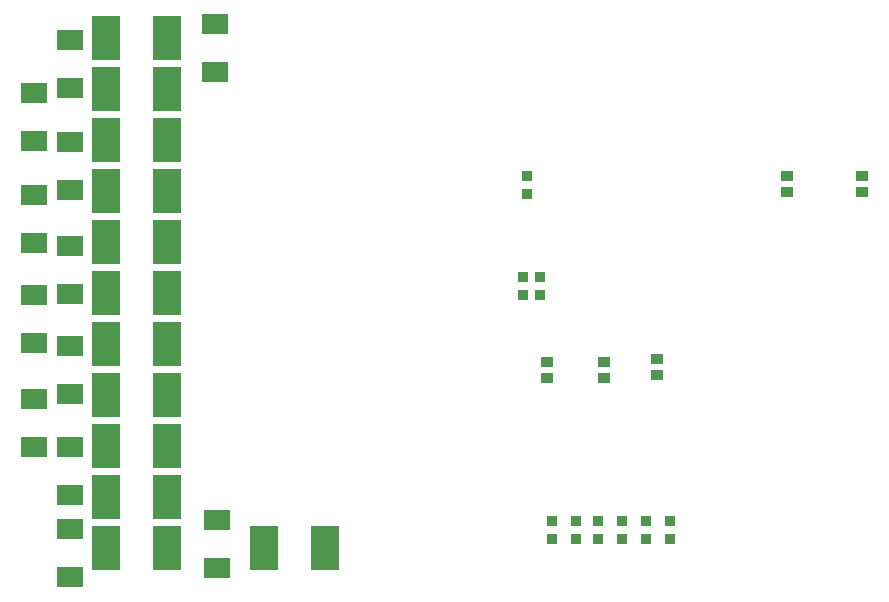
<source format=gbp>
G04 Layer_Color=128*
%FSTAX24Y24*%
%MOIN*%
G70*
G01*
G75*
%ADD14R,0.0335X0.0335*%
%ADD24R,0.0394X0.0354*%
%ADD46R,0.0965X0.1457*%
%ADD47R,0.0850X0.0700*%
D14*
X026594Y037565D02*
D03*
Y036955D02*
D03*
X02715D02*
D03*
Y037565D02*
D03*
X031494Y029415D02*
D03*
Y028805D02*
D03*
X030694Y029415D02*
D03*
Y028805D02*
D03*
X029894Y029415D02*
D03*
Y028805D02*
D03*
X029094Y029415D02*
D03*
Y028805D02*
D03*
X027544Y029415D02*
D03*
Y028805D02*
D03*
X028344Y029415D02*
D03*
Y028805D02*
D03*
X026702Y040935D02*
D03*
Y040325D02*
D03*
D24*
X027394Y034726D02*
D03*
Y034194D02*
D03*
X029294Y034726D02*
D03*
Y034194D02*
D03*
X031044Y034826D02*
D03*
Y034294D02*
D03*
X037874Y040394D02*
D03*
Y040926D02*
D03*
X035374Y040394D02*
D03*
Y040926D02*
D03*
D46*
X014714Y035307D02*
D03*
X012686D02*
D03*
X014714Y033607D02*
D03*
X012686D02*
D03*
X014714Y031907D02*
D03*
X012686D02*
D03*
X014714Y030207D02*
D03*
X012686D02*
D03*
X014714Y028507D02*
D03*
X012686D02*
D03*
X014714Y045507D02*
D03*
X012686D02*
D03*
X014714Y043807D02*
D03*
X012686D02*
D03*
X014714Y042107D02*
D03*
X012686D02*
D03*
X014714Y040407D02*
D03*
X012686D02*
D03*
X014714Y038707D02*
D03*
X012686D02*
D03*
X014714Y037007D02*
D03*
X012686D02*
D03*
X019982Y028507D02*
D03*
X017955D02*
D03*
D47*
X016381Y02945D02*
D03*
Y02785D02*
D03*
X010281Y0421D02*
D03*
Y0437D02*
D03*
X011481Y04385D02*
D03*
Y04545D02*
D03*
Y03365D02*
D03*
Y03525D02*
D03*
X010281Y03535D02*
D03*
Y03695D02*
D03*
X011481Y037D02*
D03*
Y0386D02*
D03*
X010281Y0387D02*
D03*
Y0403D02*
D03*
X011481Y04045D02*
D03*
Y04205D02*
D03*
X010281Y0319D02*
D03*
Y0335D02*
D03*
X011481Y0303D02*
D03*
Y0319D02*
D03*
Y02755D02*
D03*
Y02915D02*
D03*
X016331Y04598D02*
D03*
Y04438D02*
D03*
M02*

</source>
